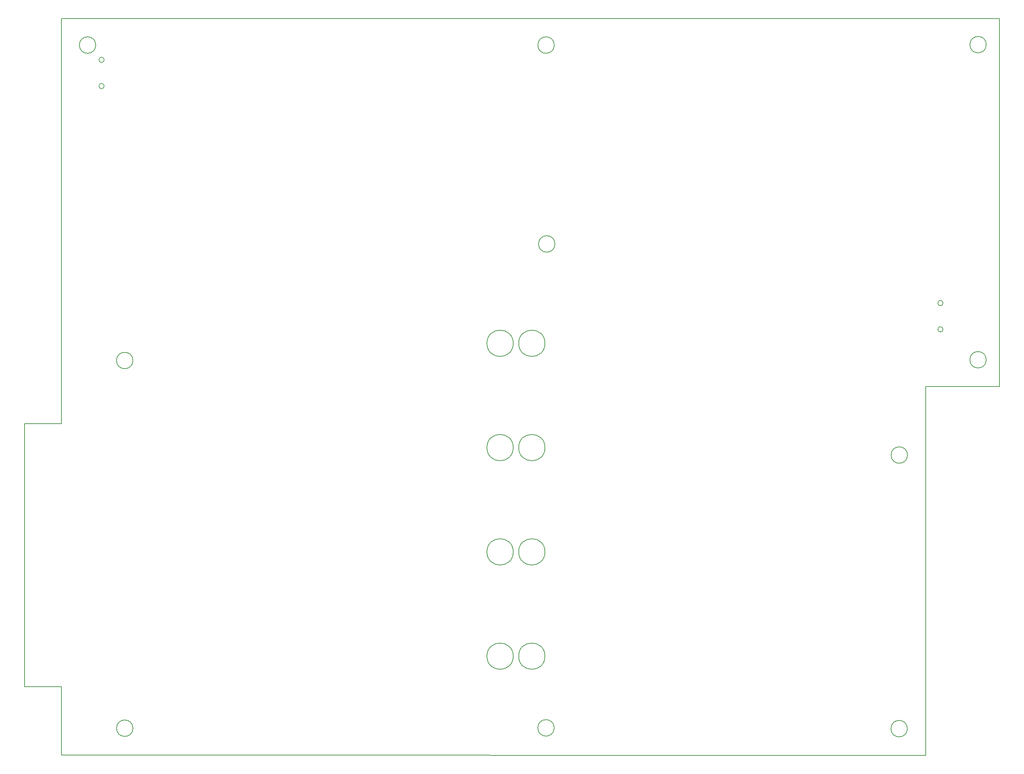
<source format=gbr>
G04 #@! TF.GenerationSoftware,KiCad,Pcbnew,5.1.8-5.1.8*
G04 #@! TF.CreationDate,2021-03-17T19:26:04-07:00*
G04 #@! TF.ProjectId,1090,31303930-2e6b-4696-9361-645f70636258,rev?*
G04 #@! TF.SameCoordinates,Original*
G04 #@! TF.FileFunction,Profile,NP*
%FSLAX46Y46*%
G04 Gerber Fmt 4.6, Leading zero omitted, Abs format (unit mm)*
G04 Created by KiCad (PCBNEW 5.1.8-5.1.8) date 2021-03-17 19:26:04*
%MOMM*%
%LPD*%
G01*
G04 APERTURE LIST*
G04 #@! TA.AperFunction,Profile*
%ADD10C,0.150000*%
G04 #@! TD*
G04 APERTURE END LIST*
D10*
X427886200Y-132238800D02*
G75*
G03*
X427886200Y-132238800I-1981200J0D01*
G01*
X425647000Y-204239875D02*
G75*
G03*
X425647000Y-204239875I-3175000J0D01*
G01*
X417990633Y-204239875D02*
G75*
G03*
X417990633Y-204239875I-3175000J0D01*
G01*
X425647000Y-229417625D02*
G75*
G03*
X425647000Y-229417625I-3175000J0D01*
G01*
X417990633Y-229417625D02*
G75*
G03*
X417990633Y-229417625I-3175000J0D01*
G01*
X417990633Y-254595375D02*
G75*
G03*
X417990633Y-254595375I-3175000J0D01*
G01*
X425647000Y-254595375D02*
G75*
G03*
X425647000Y-254595375I-3175000J0D01*
G01*
X425647000Y-279773125D02*
G75*
G03*
X425647000Y-279773125I-3175000J0D01*
G01*
X417990633Y-279773125D02*
G75*
G03*
X417990633Y-279773125I-3175000J0D01*
G01*
X319337000Y-142146000D02*
G75*
G03*
X319337000Y-142146000I-635000J0D01*
G01*
X319337000Y-135796000D02*
G75*
G03*
X319337000Y-135796000I-635000J0D01*
G01*
X521658000Y-200870000D02*
G75*
G03*
X521658000Y-200870000I-635000J0D01*
G01*
X521658000Y-194520000D02*
G75*
G03*
X521658000Y-194520000I-635000J0D01*
G01*
X326260000Y-208390000D02*
G75*
G03*
X326260000Y-208390000I-1981200J0D01*
G01*
X317305000Y-132240000D02*
G75*
G03*
X317305000Y-132240000I-1981200J0D01*
G01*
X532075800Y-132140000D02*
G75*
G03*
X532075800Y-132140000I-1981200J0D01*
G01*
X513080000Y-231220000D02*
G75*
G03*
X513080000Y-231220000I-1981200J0D01*
G01*
X532075800Y-208213000D02*
G75*
G03*
X532075800Y-208213000I-1981200J0D01*
G01*
X428049000Y-180246000D02*
G75*
G03*
X428049000Y-180246000I-1981200J0D01*
G01*
X513042400Y-297270000D02*
G75*
G03*
X513042400Y-297270000I-1981200J0D01*
G01*
X427871200Y-297086000D02*
G75*
G03*
X427871200Y-297086000I-1981200J0D01*
G01*
X326271200Y-297162200D02*
G75*
G03*
X326271200Y-297162200I-1981200J0D01*
G01*
X309050000Y-223640000D02*
X309050000Y-125890000D01*
X309050000Y-303690000D02*
X309050000Y-287140000D01*
X300160000Y-223640000D02*
X309050000Y-223640000D01*
X300160000Y-287140000D02*
X300160000Y-223640000D01*
X309050000Y-287140000D02*
X300160000Y-287140000D01*
X517430000Y-214663000D02*
X517430000Y-303695000D01*
X535220000Y-214660000D02*
X517430000Y-214663000D01*
X535230000Y-125870000D02*
X535220000Y-214660000D01*
X309050000Y-303690000D02*
X517430000Y-303695000D01*
X309050000Y-125890000D02*
X535230000Y-125870000D01*
M02*

</source>
